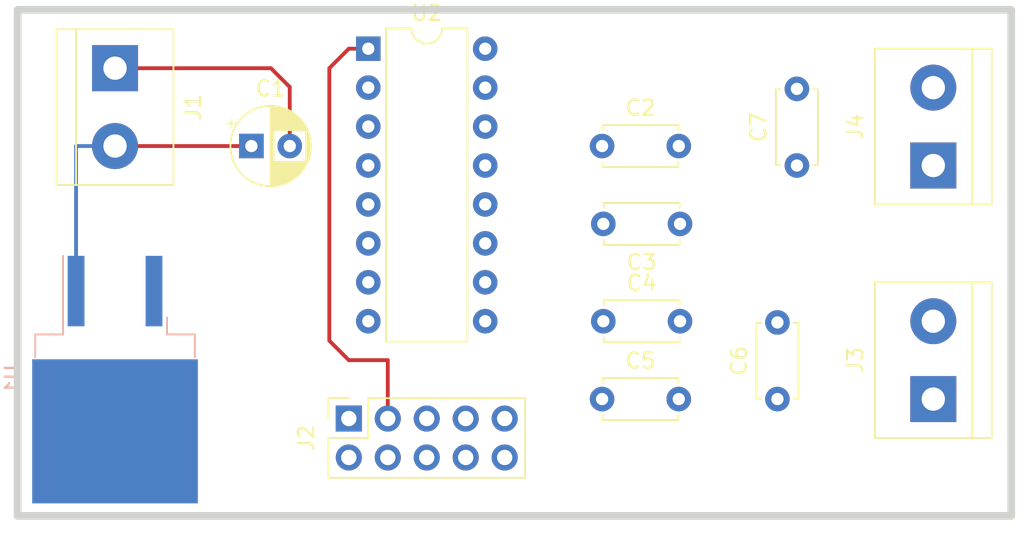
<source format=kicad_pcb>
(kicad_pcb (version 20171130) (host pcbnew "(5.0.1)-3")

  (general
    (thickness 1.6)
    (drawings 4)
    (tracks 12)
    (zones 0)
    (modules 13)
    (nets 17)
  )

  (page A4)
  (layers
    (0 F.Cu signal)
    (31 B.Cu signal)
    (32 B.Adhes user)
    (33 F.Adhes user)
    (34 B.Paste user)
    (35 F.Paste user)
    (36 B.SilkS user)
    (37 F.SilkS user)
    (38 B.Mask user)
    (39 F.Mask user)
    (40 Dwgs.User user)
    (41 Cmts.User user)
    (42 Eco1.User user)
    (43 Eco2.User user)
    (44 Edge.Cuts user)
    (45 Margin user)
    (46 B.CrtYd user)
    (47 F.CrtYd user)
    (48 B.Fab user)
    (49 F.Fab user)
  )

  (setup
    (last_trace_width 0.25)
    (trace_clearance 0.2)
    (zone_clearance 0.508)
    (zone_45_only no)
    (trace_min 0.2)
    (segment_width 0.2)
    (edge_width 0.2)
    (via_size 0.8)
    (via_drill 0.4)
    (via_min_size 0.4)
    (via_min_drill 0.3)
    (uvia_size 0.3)
    (uvia_drill 0.1)
    (uvias_allowed no)
    (uvia_min_size 0.2)
    (uvia_min_drill 0.1)
    (pcb_text_width 0.3)
    (pcb_text_size 1.5 1.5)
    (mod_edge_width 0.15)
    (mod_text_size 1 1)
    (mod_text_width 0.15)
    (pad_size 1.524 1.524)
    (pad_drill 0.762)
    (pad_to_mask_clearance 0.051)
    (solder_mask_min_width 0.25)
    (aux_axis_origin 0 0)
    (visible_elements 7FFFFFFF)
    (pcbplotparams
      (layerselection 0x010fc_ffffffff)
      (usegerberextensions false)
      (usegerberattributes false)
      (usegerberadvancedattributes false)
      (creategerberjobfile false)
      (excludeedgelayer true)
      (linewidth 0.100000)
      (plotframeref false)
      (viasonmask false)
      (mode 1)
      (useauxorigin false)
      (hpglpennumber 1)
      (hpglpenspeed 20)
      (hpglpendiameter 15.000000)
      (psnegative false)
      (psa4output false)
      (plotreference true)
      (plotvalue true)
      (plotinvisibletext false)
      (padsonsilk false)
      (subtractmaskfromsilk false)
      (outputformat 1)
      (mirror false)
      (drillshape 0)
      (scaleselection 1)
      (outputdirectory ""))
  )

  (net 0 "")
  (net 1 "Net-(C1-Pad1)")
  (net 2 GND)
  (net 3 OUT4)
  (net 4 OUT3)
  (net 5 OUT2)
  (net 6 OUT1)
  (net 7 +5V)
  (net 8 IN1)
  (net 9 PWM1)
  (net 10 PWM2)
  (net 11 "Net-(J2-Pad5)")
  (net 12 IN2)
  (net 13 IN3)
  (net 14 "Net-(J2-Pad9)")
  (net 15 IN4)
  (net 16 +12V)

  (net_class Default "Ceci est la Netclass par défaut."
    (clearance 0.2)
    (trace_width 0.25)
    (via_dia 0.8)
    (via_drill 0.4)
    (uvia_dia 0.3)
    (uvia_drill 0.1)
    (add_net +12V)
    (add_net +5V)
    (add_net GND)
    (add_net IN1)
    (add_net IN2)
    (add_net IN3)
    (add_net IN4)
    (add_net "Net-(C1-Pad1)")
    (add_net "Net-(J2-Pad5)")
    (add_net "Net-(J2-Pad9)")
    (add_net OUT1)
    (add_net OUT2)
    (add_net OUT3)
    (add_net OUT4)
    (add_net PWM1)
    (add_net PWM2)
  )

  (module Capacitor_THT:CP_Radial_D5.0mm_P2.50mm (layer F.Cu) (tedit 5AE50EF0) (tstamp 5BE2FC28)
    (at 151.13 95.25)
    (descr "CP, Radial series, Radial, pin pitch=2.50mm, , diameter=5mm, Electrolytic Capacitor")
    (tags "CP Radial series Radial pin pitch 2.50mm  diameter 5mm Electrolytic Capacitor")
    (path /5BC1EEFC)
    (fp_text reference C1 (at 1.25 -3.75) (layer F.SilkS)
      (effects (font (size 1 1) (thickness 0.15)))
    )
    (fp_text value 47uF (at 1.25 3.75) (layer F.Fab)
      (effects (font (size 1 1) (thickness 0.15)))
    )
    (fp_circle (center 1.25 0) (end 3.75 0) (layer F.Fab) (width 0.1))
    (fp_circle (center 1.25 0) (end 3.87 0) (layer F.SilkS) (width 0.12))
    (fp_circle (center 1.25 0) (end 4 0) (layer F.CrtYd) (width 0.05))
    (fp_line (start -0.883605 -1.0875) (end -0.383605 -1.0875) (layer F.Fab) (width 0.1))
    (fp_line (start -0.633605 -1.3375) (end -0.633605 -0.8375) (layer F.Fab) (width 0.1))
    (fp_line (start 1.25 -2.58) (end 1.25 2.58) (layer F.SilkS) (width 0.12))
    (fp_line (start 1.29 -2.58) (end 1.29 2.58) (layer F.SilkS) (width 0.12))
    (fp_line (start 1.33 -2.579) (end 1.33 2.579) (layer F.SilkS) (width 0.12))
    (fp_line (start 1.37 -2.578) (end 1.37 2.578) (layer F.SilkS) (width 0.12))
    (fp_line (start 1.41 -2.576) (end 1.41 2.576) (layer F.SilkS) (width 0.12))
    (fp_line (start 1.45 -2.573) (end 1.45 2.573) (layer F.SilkS) (width 0.12))
    (fp_line (start 1.49 -2.569) (end 1.49 -1.04) (layer F.SilkS) (width 0.12))
    (fp_line (start 1.49 1.04) (end 1.49 2.569) (layer F.SilkS) (width 0.12))
    (fp_line (start 1.53 -2.565) (end 1.53 -1.04) (layer F.SilkS) (width 0.12))
    (fp_line (start 1.53 1.04) (end 1.53 2.565) (layer F.SilkS) (width 0.12))
    (fp_line (start 1.57 -2.561) (end 1.57 -1.04) (layer F.SilkS) (width 0.12))
    (fp_line (start 1.57 1.04) (end 1.57 2.561) (layer F.SilkS) (width 0.12))
    (fp_line (start 1.61 -2.556) (end 1.61 -1.04) (layer F.SilkS) (width 0.12))
    (fp_line (start 1.61 1.04) (end 1.61 2.556) (layer F.SilkS) (width 0.12))
    (fp_line (start 1.65 -2.55) (end 1.65 -1.04) (layer F.SilkS) (width 0.12))
    (fp_line (start 1.65 1.04) (end 1.65 2.55) (layer F.SilkS) (width 0.12))
    (fp_line (start 1.69 -2.543) (end 1.69 -1.04) (layer F.SilkS) (width 0.12))
    (fp_line (start 1.69 1.04) (end 1.69 2.543) (layer F.SilkS) (width 0.12))
    (fp_line (start 1.73 -2.536) (end 1.73 -1.04) (layer F.SilkS) (width 0.12))
    (fp_line (start 1.73 1.04) (end 1.73 2.536) (layer F.SilkS) (width 0.12))
    (fp_line (start 1.77 -2.528) (end 1.77 -1.04) (layer F.SilkS) (width 0.12))
    (fp_line (start 1.77 1.04) (end 1.77 2.528) (layer F.SilkS) (width 0.12))
    (fp_line (start 1.81 -2.52) (end 1.81 -1.04) (layer F.SilkS) (width 0.12))
    (fp_line (start 1.81 1.04) (end 1.81 2.52) (layer F.SilkS) (width 0.12))
    (fp_line (start 1.85 -2.511) (end 1.85 -1.04) (layer F.SilkS) (width 0.12))
    (fp_line (start 1.85 1.04) (end 1.85 2.511) (layer F.SilkS) (width 0.12))
    (fp_line (start 1.89 -2.501) (end 1.89 -1.04) (layer F.SilkS) (width 0.12))
    (fp_line (start 1.89 1.04) (end 1.89 2.501) (layer F.SilkS) (width 0.12))
    (fp_line (start 1.93 -2.491) (end 1.93 -1.04) (layer F.SilkS) (width 0.12))
    (fp_line (start 1.93 1.04) (end 1.93 2.491) (layer F.SilkS) (width 0.12))
    (fp_line (start 1.971 -2.48) (end 1.971 -1.04) (layer F.SilkS) (width 0.12))
    (fp_line (start 1.971 1.04) (end 1.971 2.48) (layer F.SilkS) (width 0.12))
    (fp_line (start 2.011 -2.468) (end 2.011 -1.04) (layer F.SilkS) (width 0.12))
    (fp_line (start 2.011 1.04) (end 2.011 2.468) (layer F.SilkS) (width 0.12))
    (fp_line (start 2.051 -2.455) (end 2.051 -1.04) (layer F.SilkS) (width 0.12))
    (fp_line (start 2.051 1.04) (end 2.051 2.455) (layer F.SilkS) (width 0.12))
    (fp_line (start 2.091 -2.442) (end 2.091 -1.04) (layer F.SilkS) (width 0.12))
    (fp_line (start 2.091 1.04) (end 2.091 2.442) (layer F.SilkS) (width 0.12))
    (fp_line (start 2.131 -2.428) (end 2.131 -1.04) (layer F.SilkS) (width 0.12))
    (fp_line (start 2.131 1.04) (end 2.131 2.428) (layer F.SilkS) (width 0.12))
    (fp_line (start 2.171 -2.414) (end 2.171 -1.04) (layer F.SilkS) (width 0.12))
    (fp_line (start 2.171 1.04) (end 2.171 2.414) (layer F.SilkS) (width 0.12))
    (fp_line (start 2.211 -2.398) (end 2.211 -1.04) (layer F.SilkS) (width 0.12))
    (fp_line (start 2.211 1.04) (end 2.211 2.398) (layer F.SilkS) (width 0.12))
    (fp_line (start 2.251 -2.382) (end 2.251 -1.04) (layer F.SilkS) (width 0.12))
    (fp_line (start 2.251 1.04) (end 2.251 2.382) (layer F.SilkS) (width 0.12))
    (fp_line (start 2.291 -2.365) (end 2.291 -1.04) (layer F.SilkS) (width 0.12))
    (fp_line (start 2.291 1.04) (end 2.291 2.365) (layer F.SilkS) (width 0.12))
    (fp_line (start 2.331 -2.348) (end 2.331 -1.04) (layer F.SilkS) (width 0.12))
    (fp_line (start 2.331 1.04) (end 2.331 2.348) (layer F.SilkS) (width 0.12))
    (fp_line (start 2.371 -2.329) (end 2.371 -1.04) (layer F.SilkS) (width 0.12))
    (fp_line (start 2.371 1.04) (end 2.371 2.329) (layer F.SilkS) (width 0.12))
    (fp_line (start 2.411 -2.31) (end 2.411 -1.04) (layer F.SilkS) (width 0.12))
    (fp_line (start 2.411 1.04) (end 2.411 2.31) (layer F.SilkS) (width 0.12))
    (fp_line (start 2.451 -2.29) (end 2.451 -1.04) (layer F.SilkS) (width 0.12))
    (fp_line (start 2.451 1.04) (end 2.451 2.29) (layer F.SilkS) (width 0.12))
    (fp_line (start 2.491 -2.268) (end 2.491 -1.04) (layer F.SilkS) (width 0.12))
    (fp_line (start 2.491 1.04) (end 2.491 2.268) (layer F.SilkS) (width 0.12))
    (fp_line (start 2.531 -2.247) (end 2.531 -1.04) (layer F.SilkS) (width 0.12))
    (fp_line (start 2.531 1.04) (end 2.531 2.247) (layer F.SilkS) (width 0.12))
    (fp_line (start 2.571 -2.224) (end 2.571 -1.04) (layer F.SilkS) (width 0.12))
    (fp_line (start 2.571 1.04) (end 2.571 2.224) (layer F.SilkS) (width 0.12))
    (fp_line (start 2.611 -2.2) (end 2.611 -1.04) (layer F.SilkS) (width 0.12))
    (fp_line (start 2.611 1.04) (end 2.611 2.2) (layer F.SilkS) (width 0.12))
    (fp_line (start 2.651 -2.175) (end 2.651 -1.04) (layer F.SilkS) (width 0.12))
    (fp_line (start 2.651 1.04) (end 2.651 2.175) (layer F.SilkS) (width 0.12))
    (fp_line (start 2.691 -2.149) (end 2.691 -1.04) (layer F.SilkS) (width 0.12))
    (fp_line (start 2.691 1.04) (end 2.691 2.149) (layer F.SilkS) (width 0.12))
    (fp_line (start 2.731 -2.122) (end 2.731 -1.04) (layer F.SilkS) (width 0.12))
    (fp_line (start 2.731 1.04) (end 2.731 2.122) (layer F.SilkS) (width 0.12))
    (fp_line (start 2.771 -2.095) (end 2.771 -1.04) (layer F.SilkS) (width 0.12))
    (fp_line (start 2.771 1.04) (end 2.771 2.095) (layer F.SilkS) (width 0.12))
    (fp_line (start 2.811 -2.065) (end 2.811 -1.04) (layer F.SilkS) (width 0.12))
    (fp_line (start 2.811 1.04) (end 2.811 2.065) (layer F.SilkS) (width 0.12))
    (fp_line (start 2.851 -2.035) (end 2.851 -1.04) (layer F.SilkS) (width 0.12))
    (fp_line (start 2.851 1.04) (end 2.851 2.035) (layer F.SilkS) (width 0.12))
    (fp_line (start 2.891 -2.004) (end 2.891 -1.04) (layer F.SilkS) (width 0.12))
    (fp_line (start 2.891 1.04) (end 2.891 2.004) (layer F.SilkS) (width 0.12))
    (fp_line (start 2.931 -1.971) (end 2.931 -1.04) (layer F.SilkS) (width 0.12))
    (fp_line (start 2.931 1.04) (end 2.931 1.971) (layer F.SilkS) (width 0.12))
    (fp_line (start 2.971 -1.937) (end 2.971 -1.04) (layer F.SilkS) (width 0.12))
    (fp_line (start 2.971 1.04) (end 2.971 1.937) (layer F.SilkS) (width 0.12))
    (fp_line (start 3.011 -1.901) (end 3.011 -1.04) (layer F.SilkS) (width 0.12))
    (fp_line (start 3.011 1.04) (end 3.011 1.901) (layer F.SilkS) (width 0.12))
    (fp_line (start 3.051 -1.864) (end 3.051 -1.04) (layer F.SilkS) (width 0.12))
    (fp_line (start 3.051 1.04) (end 3.051 1.864) (layer F.SilkS) (width 0.12))
    (fp_line (start 3.091 -1.826) (end 3.091 -1.04) (layer F.SilkS) (width 0.12))
    (fp_line (start 3.091 1.04) (end 3.091 1.826) (layer F.SilkS) (width 0.12))
    (fp_line (start 3.131 -1.785) (end 3.131 -1.04) (layer F.SilkS) (width 0.12))
    (fp_line (start 3.131 1.04) (end 3.131 1.785) (layer F.SilkS) (width 0.12))
    (fp_line (start 3.171 -1.743) (end 3.171 -1.04) (layer F.SilkS) (width 0.12))
    (fp_line (start 3.171 1.04) (end 3.171 1.743) (layer F.SilkS) (width 0.12))
    (fp_line (start 3.211 -1.699) (end 3.211 -1.04) (layer F.SilkS) (width 0.12))
    (fp_line (start 3.211 1.04) (end 3.211 1.699) (layer F.SilkS) (width 0.12))
    (fp_line (start 3.251 -1.653) (end 3.251 -1.04) (layer F.SilkS) (width 0.12))
    (fp_line (start 3.251 1.04) (end 3.251 1.653) (layer F.SilkS) (width 0.12))
    (fp_line (start 3.291 -1.605) (end 3.291 -1.04) (layer F.SilkS) (width 0.12))
    (fp_line (start 3.291 1.04) (end 3.291 1.605) (layer F.SilkS) (width 0.12))
    (fp_line (start 3.331 -1.554) (end 3.331 -1.04) (layer F.SilkS) (width 0.12))
    (fp_line (start 3.331 1.04) (end 3.331 1.554) (layer F.SilkS) (width 0.12))
    (fp_line (start 3.371 -1.5) (end 3.371 -1.04) (layer F.SilkS) (width 0.12))
    (fp_line (start 3.371 1.04) (end 3.371 1.5) (layer F.SilkS) (width 0.12))
    (fp_line (start 3.411 -1.443) (end 3.411 -1.04) (layer F.SilkS) (width 0.12))
    (fp_line (start 3.411 1.04) (end 3.411 1.443) (layer F.SilkS) (width 0.12))
    (fp_line (start 3.451 -1.383) (end 3.451 -1.04) (layer F.SilkS) (width 0.12))
    (fp_line (start 3.451 1.04) (end 3.451 1.383) (layer F.SilkS) (width 0.12))
    (fp_line (start 3.491 -1.319) (end 3.491 -1.04) (layer F.SilkS) (width 0.12))
    (fp_line (start 3.491 1.04) (end 3.491 1.319) (layer F.SilkS) (width 0.12))
    (fp_line (start 3.531 -1.251) (end 3.531 -1.04) (layer F.SilkS) (width 0.12))
    (fp_line (start 3.531 1.04) (end 3.531 1.251) (layer F.SilkS) (width 0.12))
    (fp_line (start 3.571 -1.178) (end 3.571 1.178) (layer F.SilkS) (width 0.12))
    (fp_line (start 3.611 -1.098) (end 3.611 1.098) (layer F.SilkS) (width 0.12))
    (fp_line (start 3.651 -1.011) (end 3.651 1.011) (layer F.SilkS) (width 0.12))
    (fp_line (start 3.691 -0.915) (end 3.691 0.915) (layer F.SilkS) (width 0.12))
    (fp_line (start 3.731 -0.805) (end 3.731 0.805) (layer F.SilkS) (width 0.12))
    (fp_line (start 3.771 -0.677) (end 3.771 0.677) (layer F.SilkS) (width 0.12))
    (fp_line (start 3.811 -0.518) (end 3.811 0.518) (layer F.SilkS) (width 0.12))
    (fp_line (start 3.851 -0.284) (end 3.851 0.284) (layer F.SilkS) (width 0.12))
    (fp_line (start -1.554775 -1.475) (end -1.054775 -1.475) (layer F.SilkS) (width 0.12))
    (fp_line (start -1.304775 -1.725) (end -1.304775 -1.225) (layer F.SilkS) (width 0.12))
    (fp_text user %R (at 1.25 0) (layer F.Fab)
      (effects (font (size 1 1) (thickness 0.15)))
    )
    (pad 1 thru_hole rect (at 0 0) (size 1.6 1.6) (drill 0.8) (layers *.Cu *.Mask)
      (net 1 "Net-(C1-Pad1)"))
    (pad 2 thru_hole circle (at 2.5 0) (size 1.6 1.6) (drill 0.8) (layers *.Cu *.Mask)
      (net 2 GND))
    (model ${KISYS3DMOD}/Capacitor_THT.3dshapes/CP_Radial_D5.0mm_P2.50mm.wrl
      (at (xyz 0 0 0))
      (scale (xyz 1 1 1))
      (rotate (xyz 0 0 0))
    )
  )

  (module TerminalBlock:TerminalBlock_bornier-2_P5.08mm (layer F.Cu) (tedit 59FF03AB) (tstamp 5BE2FCBB)
    (at 142.24 90.17 270)
    (descr "simple 2-pin terminal block, pitch 5.08mm, revamped version of bornier2")
    (tags "terminal block bornier2")
    (path /5BC1B720)
    (fp_text reference J1 (at 2.54 -5.08 270) (layer F.SilkS)
      (effects (font (size 1 1) (thickness 0.15)))
    )
    (fp_text value POWER_12V (at 2.54 5.08 270) (layer F.Fab)
      (effects (font (size 1 1) (thickness 0.15)))
    )
    (fp_text user %R (at 2.54 0 270) (layer F.Fab)
      (effects (font (size 1 1) (thickness 0.15)))
    )
    (fp_line (start -2.41 2.55) (end 7.49 2.55) (layer F.Fab) (width 0.1))
    (fp_line (start -2.46 -3.75) (end -2.46 3.75) (layer F.Fab) (width 0.1))
    (fp_line (start -2.46 3.75) (end 7.54 3.75) (layer F.Fab) (width 0.1))
    (fp_line (start 7.54 3.75) (end 7.54 -3.75) (layer F.Fab) (width 0.1))
    (fp_line (start 7.54 -3.75) (end -2.46 -3.75) (layer F.Fab) (width 0.1))
    (fp_line (start 7.62 2.54) (end -2.54 2.54) (layer F.SilkS) (width 0.12))
    (fp_line (start 7.62 3.81) (end 7.62 -3.81) (layer F.SilkS) (width 0.12))
    (fp_line (start 7.62 -3.81) (end -2.54 -3.81) (layer F.SilkS) (width 0.12))
    (fp_line (start -2.54 -3.81) (end -2.54 3.81) (layer F.SilkS) (width 0.12))
    (fp_line (start -2.54 3.81) (end 7.62 3.81) (layer F.SilkS) (width 0.12))
    (fp_line (start -2.71 -4) (end 7.79 -4) (layer F.CrtYd) (width 0.05))
    (fp_line (start -2.71 -4) (end -2.71 4) (layer F.CrtYd) (width 0.05))
    (fp_line (start 7.79 4) (end 7.79 -4) (layer F.CrtYd) (width 0.05))
    (fp_line (start 7.79 4) (end -2.71 4) (layer F.CrtYd) (width 0.05))
    (pad 1 thru_hole rect (at 0 0 270) (size 3 3) (drill 1.52) (layers *.Cu *.Mask)
      (net 2 GND))
    (pad 2 thru_hole circle (at 5.08 0 270) (size 3 3) (drill 1.52) (layers *.Cu *.Mask)
      (net 1 "Net-(C1-Pad1)"))
    (model ${KISYS3DMOD}/TerminalBlock.3dshapes/TerminalBlock_bornier-2_P5.08mm.wrl
      (offset (xyz 2.539999961853027 0 0))
      (scale (xyz 1 1 1))
      (rotate (xyz 0 0 0))
    )
  )

  (module Capacitor_THT:C_Disc_D4.7mm_W2.5mm_P5.00mm (layer F.Cu) (tedit 5AE50EF0) (tstamp 5BE2FC3D)
    (at 173.99 95.25)
    (descr "C, Disc series, Radial, pin pitch=5.00mm, , diameter*width=4.7*2.5mm^2, Capacitor, http://www.vishay.com/docs/45233/krseries.pdf")
    (tags "C Disc series Radial pin pitch 5.00mm  diameter 4.7mm width 2.5mm Capacitor")
    (path /5BC3060C)
    (fp_text reference C2 (at 2.5 -2.5) (layer F.SilkS)
      (effects (font (size 1 1) (thickness 0.15)))
    )
    (fp_text value 220nF (at 2.5 2.5) (layer F.Fab)
      (effects (font (size 1 1) (thickness 0.15)))
    )
    (fp_text user %R (at 2.5 0) (layer F.Fab)
      (effects (font (size 0.94 0.94) (thickness 0.141)))
    )
    (fp_line (start 6.05 -1.5) (end -1.05 -1.5) (layer F.CrtYd) (width 0.05))
    (fp_line (start 6.05 1.5) (end 6.05 -1.5) (layer F.CrtYd) (width 0.05))
    (fp_line (start -1.05 1.5) (end 6.05 1.5) (layer F.CrtYd) (width 0.05))
    (fp_line (start -1.05 -1.5) (end -1.05 1.5) (layer F.CrtYd) (width 0.05))
    (fp_line (start 4.97 1.055) (end 4.97 1.37) (layer F.SilkS) (width 0.12))
    (fp_line (start 4.97 -1.37) (end 4.97 -1.055) (layer F.SilkS) (width 0.12))
    (fp_line (start 0.03 1.055) (end 0.03 1.37) (layer F.SilkS) (width 0.12))
    (fp_line (start 0.03 -1.37) (end 0.03 -1.055) (layer F.SilkS) (width 0.12))
    (fp_line (start 0.03 1.37) (end 4.97 1.37) (layer F.SilkS) (width 0.12))
    (fp_line (start 0.03 -1.37) (end 4.97 -1.37) (layer F.SilkS) (width 0.12))
    (fp_line (start 4.85 -1.25) (end 0.15 -1.25) (layer F.Fab) (width 0.1))
    (fp_line (start 4.85 1.25) (end 4.85 -1.25) (layer F.Fab) (width 0.1))
    (fp_line (start 0.15 1.25) (end 4.85 1.25) (layer F.Fab) (width 0.1))
    (fp_line (start 0.15 -1.25) (end 0.15 1.25) (layer F.Fab) (width 0.1))
    (pad 2 thru_hole circle (at 5 0) (size 1.6 1.6) (drill 0.8) (layers *.Cu *.Mask)
      (net 2 GND))
    (pad 1 thru_hole circle (at 0 0) (size 1.6 1.6) (drill 0.8) (layers *.Cu *.Mask)
      (net 3 OUT4))
    (model ${KISYS3DMOD}/Capacitor_THT.3dshapes/C_Disc_D4.7mm_W2.5mm_P5.00mm.wrl
      (at (xyz 0 0 0))
      (scale (xyz 1 1 1))
      (rotate (xyz 0 0 0))
    )
  )

  (module Capacitor_THT:C_Disc_D4.7mm_W2.5mm_P5.00mm (layer F.Cu) (tedit 5AE50EF0) (tstamp 5BE2FC52)
    (at 179.07 100.33 180)
    (descr "C, Disc series, Radial, pin pitch=5.00mm, , diameter*width=4.7*2.5mm^2, Capacitor, http://www.vishay.com/docs/45233/krseries.pdf")
    (tags "C Disc series Radial pin pitch 5.00mm  diameter 4.7mm width 2.5mm Capacitor")
    (path /5BC305CC)
    (fp_text reference C3 (at 2.5 -2.5 180) (layer F.SilkS)
      (effects (font (size 1 1) (thickness 0.15)))
    )
    (fp_text value 220nF (at 2.5 2.5 180) (layer F.Fab)
      (effects (font (size 1 1) (thickness 0.15)))
    )
    (fp_line (start 0.15 -1.25) (end 0.15 1.25) (layer F.Fab) (width 0.1))
    (fp_line (start 0.15 1.25) (end 4.85 1.25) (layer F.Fab) (width 0.1))
    (fp_line (start 4.85 1.25) (end 4.85 -1.25) (layer F.Fab) (width 0.1))
    (fp_line (start 4.85 -1.25) (end 0.15 -1.25) (layer F.Fab) (width 0.1))
    (fp_line (start 0.03 -1.37) (end 4.97 -1.37) (layer F.SilkS) (width 0.12))
    (fp_line (start 0.03 1.37) (end 4.97 1.37) (layer F.SilkS) (width 0.12))
    (fp_line (start 0.03 -1.37) (end 0.03 -1.055) (layer F.SilkS) (width 0.12))
    (fp_line (start 0.03 1.055) (end 0.03 1.37) (layer F.SilkS) (width 0.12))
    (fp_line (start 4.97 -1.37) (end 4.97 -1.055) (layer F.SilkS) (width 0.12))
    (fp_line (start 4.97 1.055) (end 4.97 1.37) (layer F.SilkS) (width 0.12))
    (fp_line (start -1.05 -1.5) (end -1.05 1.5) (layer F.CrtYd) (width 0.05))
    (fp_line (start -1.05 1.5) (end 6.05 1.5) (layer F.CrtYd) (width 0.05))
    (fp_line (start 6.05 1.5) (end 6.05 -1.5) (layer F.CrtYd) (width 0.05))
    (fp_line (start 6.05 -1.5) (end -1.05 -1.5) (layer F.CrtYd) (width 0.05))
    (fp_text user %R (at 2.5 0 180) (layer F.Fab)
      (effects (font (size 0.94 0.94) (thickness 0.141)))
    )
    (pad 1 thru_hole circle (at 0 0 180) (size 1.6 1.6) (drill 0.8) (layers *.Cu *.Mask)
      (net 4 OUT3))
    (pad 2 thru_hole circle (at 5 0 180) (size 1.6 1.6) (drill 0.8) (layers *.Cu *.Mask)
      (net 2 GND))
    (model ${KISYS3DMOD}/Capacitor_THT.3dshapes/C_Disc_D4.7mm_W2.5mm_P5.00mm.wrl
      (at (xyz 0 0 0))
      (scale (xyz 1 1 1))
      (rotate (xyz 0 0 0))
    )
  )

  (module Capacitor_THT:C_Disc_D4.7mm_W2.5mm_P5.00mm (layer F.Cu) (tedit 5AE50EF0) (tstamp 5BE2FC67)
    (at 174.07 106.68)
    (descr "C, Disc series, Radial, pin pitch=5.00mm, , diameter*width=4.7*2.5mm^2, Capacitor, http://www.vishay.com/docs/45233/krseries.pdf")
    (tags "C Disc series Radial pin pitch 5.00mm  diameter 4.7mm width 2.5mm Capacitor")
    (path /5BC305A0)
    (fp_text reference C4 (at 2.5 -2.5) (layer F.SilkS)
      (effects (font (size 1 1) (thickness 0.15)))
    )
    (fp_text value 220nF (at 2.5 2.5) (layer F.Fab)
      (effects (font (size 1 1) (thickness 0.15)))
    )
    (fp_text user %R (at 2.5 0) (layer F.Fab)
      (effects (font (size 0.94 0.94) (thickness 0.141)))
    )
    (fp_line (start 6.05 -1.5) (end -1.05 -1.5) (layer F.CrtYd) (width 0.05))
    (fp_line (start 6.05 1.5) (end 6.05 -1.5) (layer F.CrtYd) (width 0.05))
    (fp_line (start -1.05 1.5) (end 6.05 1.5) (layer F.CrtYd) (width 0.05))
    (fp_line (start -1.05 -1.5) (end -1.05 1.5) (layer F.CrtYd) (width 0.05))
    (fp_line (start 4.97 1.055) (end 4.97 1.37) (layer F.SilkS) (width 0.12))
    (fp_line (start 4.97 -1.37) (end 4.97 -1.055) (layer F.SilkS) (width 0.12))
    (fp_line (start 0.03 1.055) (end 0.03 1.37) (layer F.SilkS) (width 0.12))
    (fp_line (start 0.03 -1.37) (end 0.03 -1.055) (layer F.SilkS) (width 0.12))
    (fp_line (start 0.03 1.37) (end 4.97 1.37) (layer F.SilkS) (width 0.12))
    (fp_line (start 0.03 -1.37) (end 4.97 -1.37) (layer F.SilkS) (width 0.12))
    (fp_line (start 4.85 -1.25) (end 0.15 -1.25) (layer F.Fab) (width 0.1))
    (fp_line (start 4.85 1.25) (end 4.85 -1.25) (layer F.Fab) (width 0.1))
    (fp_line (start 0.15 1.25) (end 4.85 1.25) (layer F.Fab) (width 0.1))
    (fp_line (start 0.15 -1.25) (end 0.15 1.25) (layer F.Fab) (width 0.1))
    (pad 2 thru_hole circle (at 5 0) (size 1.6 1.6) (drill 0.8) (layers *.Cu *.Mask)
      (net 2 GND))
    (pad 1 thru_hole circle (at 0 0) (size 1.6 1.6) (drill 0.8) (layers *.Cu *.Mask)
      (net 5 OUT2))
    (model ${KISYS3DMOD}/Capacitor_THT.3dshapes/C_Disc_D4.7mm_W2.5mm_P5.00mm.wrl
      (at (xyz 0 0 0))
      (scale (xyz 1 1 1))
      (rotate (xyz 0 0 0))
    )
  )

  (module Capacitor_THT:C_Disc_D4.7mm_W2.5mm_P5.00mm (layer F.Cu) (tedit 5AE50EF0) (tstamp 5BE2FC7C)
    (at 173.99 111.76)
    (descr "C, Disc series, Radial, pin pitch=5.00mm, , diameter*width=4.7*2.5mm^2, Capacitor, http://www.vishay.com/docs/45233/krseries.pdf")
    (tags "C Disc series Radial pin pitch 5.00mm  diameter 4.7mm width 2.5mm Capacitor")
    (path /5BC3055C)
    (fp_text reference C5 (at 2.5 -2.5) (layer F.SilkS)
      (effects (font (size 1 1) (thickness 0.15)))
    )
    (fp_text value 220nF (at 2.5 2.5) (layer F.Fab)
      (effects (font (size 1 1) (thickness 0.15)))
    )
    (fp_line (start 0.15 -1.25) (end 0.15 1.25) (layer F.Fab) (width 0.1))
    (fp_line (start 0.15 1.25) (end 4.85 1.25) (layer F.Fab) (width 0.1))
    (fp_line (start 4.85 1.25) (end 4.85 -1.25) (layer F.Fab) (width 0.1))
    (fp_line (start 4.85 -1.25) (end 0.15 -1.25) (layer F.Fab) (width 0.1))
    (fp_line (start 0.03 -1.37) (end 4.97 -1.37) (layer F.SilkS) (width 0.12))
    (fp_line (start 0.03 1.37) (end 4.97 1.37) (layer F.SilkS) (width 0.12))
    (fp_line (start 0.03 -1.37) (end 0.03 -1.055) (layer F.SilkS) (width 0.12))
    (fp_line (start 0.03 1.055) (end 0.03 1.37) (layer F.SilkS) (width 0.12))
    (fp_line (start 4.97 -1.37) (end 4.97 -1.055) (layer F.SilkS) (width 0.12))
    (fp_line (start 4.97 1.055) (end 4.97 1.37) (layer F.SilkS) (width 0.12))
    (fp_line (start -1.05 -1.5) (end -1.05 1.5) (layer F.CrtYd) (width 0.05))
    (fp_line (start -1.05 1.5) (end 6.05 1.5) (layer F.CrtYd) (width 0.05))
    (fp_line (start 6.05 1.5) (end 6.05 -1.5) (layer F.CrtYd) (width 0.05))
    (fp_line (start 6.05 -1.5) (end -1.05 -1.5) (layer F.CrtYd) (width 0.05))
    (fp_text user %R (at 2.5 0) (layer F.Fab)
      (effects (font (size 0.94 0.94) (thickness 0.141)))
    )
    (pad 1 thru_hole circle (at 0 0) (size 1.6 1.6) (drill 0.8) (layers *.Cu *.Mask)
      (net 6 OUT1))
    (pad 2 thru_hole circle (at 5 0) (size 1.6 1.6) (drill 0.8) (layers *.Cu *.Mask)
      (net 2 GND))
    (model ${KISYS3DMOD}/Capacitor_THT.3dshapes/C_Disc_D4.7mm_W2.5mm_P5.00mm.wrl
      (at (xyz 0 0 0))
      (scale (xyz 1 1 1))
      (rotate (xyz 0 0 0))
    )
  )

  (module Capacitor_THT:C_Disc_D4.7mm_W2.5mm_P5.00mm (layer F.Cu) (tedit 5AE50EF0) (tstamp 5BE2FC91)
    (at 185.42 111.76 90)
    (descr "C, Disc series, Radial, pin pitch=5.00mm, , diameter*width=4.7*2.5mm^2, Capacitor, http://www.vishay.com/docs/45233/krseries.pdf")
    (tags "C Disc series Radial pin pitch 5.00mm  diameter 4.7mm width 2.5mm Capacitor")
    (path /5BC0C857)
    (fp_text reference C6 (at 2.5 -2.5 90) (layer F.SilkS)
      (effects (font (size 1 1) (thickness 0.15)))
    )
    (fp_text value 220nF (at 2.5 2.5 90) (layer F.Fab)
      (effects (font (size 1 1) (thickness 0.15)))
    )
    (fp_line (start 0.15 -1.25) (end 0.15 1.25) (layer F.Fab) (width 0.1))
    (fp_line (start 0.15 1.25) (end 4.85 1.25) (layer F.Fab) (width 0.1))
    (fp_line (start 4.85 1.25) (end 4.85 -1.25) (layer F.Fab) (width 0.1))
    (fp_line (start 4.85 -1.25) (end 0.15 -1.25) (layer F.Fab) (width 0.1))
    (fp_line (start 0.03 -1.37) (end 4.97 -1.37) (layer F.SilkS) (width 0.12))
    (fp_line (start 0.03 1.37) (end 4.97 1.37) (layer F.SilkS) (width 0.12))
    (fp_line (start 0.03 -1.37) (end 0.03 -1.055) (layer F.SilkS) (width 0.12))
    (fp_line (start 0.03 1.055) (end 0.03 1.37) (layer F.SilkS) (width 0.12))
    (fp_line (start 4.97 -1.37) (end 4.97 -1.055) (layer F.SilkS) (width 0.12))
    (fp_line (start 4.97 1.055) (end 4.97 1.37) (layer F.SilkS) (width 0.12))
    (fp_line (start -1.05 -1.5) (end -1.05 1.5) (layer F.CrtYd) (width 0.05))
    (fp_line (start -1.05 1.5) (end 6.05 1.5) (layer F.CrtYd) (width 0.05))
    (fp_line (start 6.05 1.5) (end 6.05 -1.5) (layer F.CrtYd) (width 0.05))
    (fp_line (start 6.05 -1.5) (end -1.05 -1.5) (layer F.CrtYd) (width 0.05))
    (fp_text user %R (at 2.5 0 90) (layer F.Fab)
      (effects (font (size 0.94 0.94) (thickness 0.141)))
    )
    (pad 1 thru_hole circle (at 0 0 90) (size 1.6 1.6) (drill 0.8) (layers *.Cu *.Mask)
      (net 6 OUT1))
    (pad 2 thru_hole circle (at 5 0 90) (size 1.6 1.6) (drill 0.8) (layers *.Cu *.Mask)
      (net 5 OUT2))
    (model ${KISYS3DMOD}/Capacitor_THT.3dshapes/C_Disc_D4.7mm_W2.5mm_P5.00mm.wrl
      (at (xyz 0 0 0))
      (scale (xyz 1 1 1))
      (rotate (xyz 0 0 0))
    )
  )

  (module Capacitor_THT:C_Disc_D4.7mm_W2.5mm_P5.00mm (layer F.Cu) (tedit 5AE50EF0) (tstamp 5BE2FCA6)
    (at 186.69 96.52 90)
    (descr "C, Disc series, Radial, pin pitch=5.00mm, , diameter*width=4.7*2.5mm^2, Capacitor, http://www.vishay.com/docs/45233/krseries.pdf")
    (tags "C Disc series Radial pin pitch 5.00mm  diameter 4.7mm width 2.5mm Capacitor")
    (path /5BC0CC72)
    (fp_text reference C7 (at 2.5 -2.5 90) (layer F.SilkS)
      (effects (font (size 1 1) (thickness 0.15)))
    )
    (fp_text value 220nF (at 2.5 2.5 90) (layer F.Fab)
      (effects (font (size 1 1) (thickness 0.15)))
    )
    (fp_text user %R (at 2.5 0 90) (layer F.Fab)
      (effects (font (size 0.94 0.94) (thickness 0.141)))
    )
    (fp_line (start 6.05 -1.5) (end -1.05 -1.5) (layer F.CrtYd) (width 0.05))
    (fp_line (start 6.05 1.5) (end 6.05 -1.5) (layer F.CrtYd) (width 0.05))
    (fp_line (start -1.05 1.5) (end 6.05 1.5) (layer F.CrtYd) (width 0.05))
    (fp_line (start -1.05 -1.5) (end -1.05 1.5) (layer F.CrtYd) (width 0.05))
    (fp_line (start 4.97 1.055) (end 4.97 1.37) (layer F.SilkS) (width 0.12))
    (fp_line (start 4.97 -1.37) (end 4.97 -1.055) (layer F.SilkS) (width 0.12))
    (fp_line (start 0.03 1.055) (end 0.03 1.37) (layer F.SilkS) (width 0.12))
    (fp_line (start 0.03 -1.37) (end 0.03 -1.055) (layer F.SilkS) (width 0.12))
    (fp_line (start 0.03 1.37) (end 4.97 1.37) (layer F.SilkS) (width 0.12))
    (fp_line (start 0.03 -1.37) (end 4.97 -1.37) (layer F.SilkS) (width 0.12))
    (fp_line (start 4.85 -1.25) (end 0.15 -1.25) (layer F.Fab) (width 0.1))
    (fp_line (start 4.85 1.25) (end 4.85 -1.25) (layer F.Fab) (width 0.1))
    (fp_line (start 0.15 1.25) (end 4.85 1.25) (layer F.Fab) (width 0.1))
    (fp_line (start 0.15 -1.25) (end 0.15 1.25) (layer F.Fab) (width 0.1))
    (pad 2 thru_hole circle (at 5 0 90) (size 1.6 1.6) (drill 0.8) (layers *.Cu *.Mask)
      (net 3 OUT4))
    (pad 1 thru_hole circle (at 0 0 90) (size 1.6 1.6) (drill 0.8) (layers *.Cu *.Mask)
      (net 4 OUT3))
    (model ${KISYS3DMOD}/Capacitor_THT.3dshapes/C_Disc_D4.7mm_W2.5mm_P5.00mm.wrl
      (at (xyz 0 0 0))
      (scale (xyz 1 1 1))
      (rotate (xyz 0 0 0))
    )
  )

  (module Connector_PinSocket_2.54mm:PinSocket_2x05_P2.54mm_Vertical (layer F.Cu) (tedit 5A19A42B) (tstamp 5BE2FCDB)
    (at 157.48 113.03 90)
    (descr "Through hole straight socket strip, 2x05, 2.54mm pitch, double cols (from Kicad 4.0.7), script generated")
    (tags "Through hole socket strip THT 2x05 2.54mm double row")
    (path /5BC0994A)
    (fp_text reference J2 (at -1.27 -2.77 90) (layer F.SilkS)
      (effects (font (size 1 1) (thickness 0.15)))
    )
    (fp_text value "Connect 2x5 to uC" (at -1.27 12.93 90) (layer F.Fab)
      (effects (font (size 1 1) (thickness 0.15)))
    )
    (fp_line (start -3.81 -1.27) (end 0.27 -1.27) (layer F.Fab) (width 0.1))
    (fp_line (start 0.27 -1.27) (end 1.27 -0.27) (layer F.Fab) (width 0.1))
    (fp_line (start 1.27 -0.27) (end 1.27 11.43) (layer F.Fab) (width 0.1))
    (fp_line (start 1.27 11.43) (end -3.81 11.43) (layer F.Fab) (width 0.1))
    (fp_line (start -3.81 11.43) (end -3.81 -1.27) (layer F.Fab) (width 0.1))
    (fp_line (start -3.87 -1.33) (end -1.27 -1.33) (layer F.SilkS) (width 0.12))
    (fp_line (start -3.87 -1.33) (end -3.87 11.49) (layer F.SilkS) (width 0.12))
    (fp_line (start -3.87 11.49) (end 1.33 11.49) (layer F.SilkS) (width 0.12))
    (fp_line (start 1.33 1.27) (end 1.33 11.49) (layer F.SilkS) (width 0.12))
    (fp_line (start -1.27 1.27) (end 1.33 1.27) (layer F.SilkS) (width 0.12))
    (fp_line (start -1.27 -1.33) (end -1.27 1.27) (layer F.SilkS) (width 0.12))
    (fp_line (start 1.33 -1.33) (end 1.33 0) (layer F.SilkS) (width 0.12))
    (fp_line (start 0 -1.33) (end 1.33 -1.33) (layer F.SilkS) (width 0.12))
    (fp_line (start -4.34 -1.8) (end 1.76 -1.8) (layer F.CrtYd) (width 0.05))
    (fp_line (start 1.76 -1.8) (end 1.76 11.9) (layer F.CrtYd) (width 0.05))
    (fp_line (start 1.76 11.9) (end -4.34 11.9) (layer F.CrtYd) (width 0.05))
    (fp_line (start -4.34 11.9) (end -4.34 -1.8) (layer F.CrtYd) (width 0.05))
    (fp_text user %R (at -1.27 5.08 180) (layer F.Fab)
      (effects (font (size 1 1) (thickness 0.15)))
    )
    (pad 1 thru_hole rect (at 0 0 90) (size 1.7 1.7) (drill 1) (layers *.Cu *.Mask)
      (net 7 +5V))
    (pad 2 thru_hole oval (at -2.54 0 90) (size 1.7 1.7) (drill 1) (layers *.Cu *.Mask)
      (net 8 IN1))
    (pad 3 thru_hole oval (at 0 2.54 90) (size 1.7 1.7) (drill 1) (layers *.Cu *.Mask)
      (net 9 PWM1))
    (pad 4 thru_hole oval (at -2.54 2.54 90) (size 1.7 1.7) (drill 1) (layers *.Cu *.Mask)
      (net 10 PWM2))
    (pad 5 thru_hole oval (at 0 5.08 90) (size 1.7 1.7) (drill 1) (layers *.Cu *.Mask)
      (net 11 "Net-(J2-Pad5)"))
    (pad 6 thru_hole oval (at -2.54 5.08 90) (size 1.7 1.7) (drill 1) (layers *.Cu *.Mask)
      (net 2 GND))
    (pad 7 thru_hole oval (at 0 7.62 90) (size 1.7 1.7) (drill 1) (layers *.Cu *.Mask)
      (net 12 IN2))
    (pad 8 thru_hole oval (at -2.54 7.62 90) (size 1.7 1.7) (drill 1) (layers *.Cu *.Mask)
      (net 13 IN3))
    (pad 9 thru_hole oval (at 0 10.16 90) (size 1.7 1.7) (drill 1) (layers *.Cu *.Mask)
      (net 14 "Net-(J2-Pad9)"))
    (pad 10 thru_hole oval (at -2.54 10.16 90) (size 1.7 1.7) (drill 1) (layers *.Cu *.Mask)
      (net 15 IN4))
    (model ${KISYS3DMOD}/Connector_PinSocket_2.54mm.3dshapes/PinSocket_2x05_P2.54mm_Vertical.wrl
      (at (xyz 0 0 0))
      (scale (xyz 1 1 1))
      (rotate (xyz 0 0 0))
    )
  )

  (module TerminalBlock:TerminalBlock_bornier-2_P5.08mm (layer F.Cu) (tedit 59FF03AB) (tstamp 5BE2FCF0)
    (at 195.58 111.76 90)
    (descr "simple 2-pin terminal block, pitch 5.08mm, revamped version of bornier2")
    (tags "terminal block bornier2")
    (path /5BC0C6CA)
    (fp_text reference J3 (at 2.54 -5.08 90) (layer F.SilkS)
      (effects (font (size 1 1) (thickness 0.15)))
    )
    (fp_text value OUTPUT_M1 (at 2.54 5.08 90) (layer F.Fab)
      (effects (font (size 1 1) (thickness 0.15)))
    )
    (fp_text user %R (at 2.54 0 90) (layer F.Fab)
      (effects (font (size 1 1) (thickness 0.15)))
    )
    (fp_line (start -2.41 2.55) (end 7.49 2.55) (layer F.Fab) (width 0.1))
    (fp_line (start -2.46 -3.75) (end -2.46 3.75) (layer F.Fab) (width 0.1))
    (fp_line (start -2.46 3.75) (end 7.54 3.75) (layer F.Fab) (width 0.1))
    (fp_line (start 7.54 3.75) (end 7.54 -3.75) (layer F.Fab) (width 0.1))
    (fp_line (start 7.54 -3.75) (end -2.46 -3.75) (layer F.Fab) (width 0.1))
    (fp_line (start 7.62 2.54) (end -2.54 2.54) (layer F.SilkS) (width 0.12))
    (fp_line (start 7.62 3.81) (end 7.62 -3.81) (layer F.SilkS) (width 0.12))
    (fp_line (start 7.62 -3.81) (end -2.54 -3.81) (layer F.SilkS) (width 0.12))
    (fp_line (start -2.54 -3.81) (end -2.54 3.81) (layer F.SilkS) (width 0.12))
    (fp_line (start -2.54 3.81) (end 7.62 3.81) (layer F.SilkS) (width 0.12))
    (fp_line (start -2.71 -4) (end 7.79 -4) (layer F.CrtYd) (width 0.05))
    (fp_line (start -2.71 -4) (end -2.71 4) (layer F.CrtYd) (width 0.05))
    (fp_line (start 7.79 4) (end 7.79 -4) (layer F.CrtYd) (width 0.05))
    (fp_line (start 7.79 4) (end -2.71 4) (layer F.CrtYd) (width 0.05))
    (pad 1 thru_hole rect (at 0 0 90) (size 3 3) (drill 1.52) (layers *.Cu *.Mask)
      (net 6 OUT1))
    (pad 2 thru_hole circle (at 5.08 0 90) (size 3 3) (drill 1.52) (layers *.Cu *.Mask)
      (net 5 OUT2))
    (model ${KISYS3DMOD}/TerminalBlock.3dshapes/TerminalBlock_bornier-2_P5.08mm.wrl
      (offset (xyz 2.539999961853027 0 0))
      (scale (xyz 1 1 1))
      (rotate (xyz 0 0 0))
    )
  )

  (module TerminalBlock:TerminalBlock_bornier-2_P5.08mm (layer F.Cu) (tedit 59FF03AB) (tstamp 5BE2FD05)
    (at 195.58 96.52 90)
    (descr "simple 2-pin terminal block, pitch 5.08mm, revamped version of bornier2")
    (tags "terminal block bornier2")
    (path /5BC0C79E)
    (fp_text reference J4 (at 2.54 -5.08 90) (layer F.SilkS)
      (effects (font (size 1 1) (thickness 0.15)))
    )
    (fp_text value OUTPUT_M2 (at 2.54 5.08 90) (layer F.Fab)
      (effects (font (size 1 1) (thickness 0.15)))
    )
    (fp_line (start 7.79 4) (end -2.71 4) (layer F.CrtYd) (width 0.05))
    (fp_line (start 7.79 4) (end 7.79 -4) (layer F.CrtYd) (width 0.05))
    (fp_line (start -2.71 -4) (end -2.71 4) (layer F.CrtYd) (width 0.05))
    (fp_line (start -2.71 -4) (end 7.79 -4) (layer F.CrtYd) (width 0.05))
    (fp_line (start -2.54 3.81) (end 7.62 3.81) (layer F.SilkS) (width 0.12))
    (fp_line (start -2.54 -3.81) (end -2.54 3.81) (layer F.SilkS) (width 0.12))
    (fp_line (start 7.62 -3.81) (end -2.54 -3.81) (layer F.SilkS) (width 0.12))
    (fp_line (start 7.62 3.81) (end 7.62 -3.81) (layer F.SilkS) (width 0.12))
    (fp_line (start 7.62 2.54) (end -2.54 2.54) (layer F.SilkS) (width 0.12))
    (fp_line (start 7.54 -3.75) (end -2.46 -3.75) (layer F.Fab) (width 0.1))
    (fp_line (start 7.54 3.75) (end 7.54 -3.75) (layer F.Fab) (width 0.1))
    (fp_line (start -2.46 3.75) (end 7.54 3.75) (layer F.Fab) (width 0.1))
    (fp_line (start -2.46 -3.75) (end -2.46 3.75) (layer F.Fab) (width 0.1))
    (fp_line (start -2.41 2.55) (end 7.49 2.55) (layer F.Fab) (width 0.1))
    (fp_text user %R (at 2.54 0) (layer F.Fab)
      (effects (font (size 1 1) (thickness 0.15)))
    )
    (pad 2 thru_hole circle (at 5.08 0 90) (size 3 3) (drill 1.52) (layers *.Cu *.Mask)
      (net 3 OUT4))
    (pad 1 thru_hole rect (at 0 0 90) (size 3 3) (drill 1.52) (layers *.Cu *.Mask)
      (net 4 OUT3))
    (model ${KISYS3DMOD}/TerminalBlock.3dshapes/TerminalBlock_bornier-2_P5.08mm.wrl
      (offset (xyz 2.539999961853027 0 0))
      (scale (xyz 1 1 1))
      (rotate (xyz 0 0 0))
    )
  )

  (module Package_TO_SOT_SMD:TO-263-2 (layer B.Cu) (tedit 5A70FB7B) (tstamp 5BE2FD29)
    (at 142.24 110.49 270)
    (descr "TO-263 / D2PAK / DDPAK SMD package, http://www.infineon.com/cms/en/product/packages/PG-TO263/PG-TO263-3-1/")
    (tags "D2PAK DDPAK TO-263 D2PAK-3 TO-263-3 SOT-404")
    (path /5BC30B6B)
    (attr smd)
    (fp_text reference U1 (at 0 6.65 270) (layer B.SilkS)
      (effects (font (size 1 1) (thickness 0.15)) (justify mirror))
    )
    (fp_text value MC7812ABD2TG (at 0 -6.65 270) (layer B.Fab)
      (effects (font (size 1 1) (thickness 0.15)) (justify mirror))
    )
    (fp_line (start 6.5 5) (end 7.5 5) (layer B.Fab) (width 0.1))
    (fp_line (start 7.5 5) (end 7.5 -5) (layer B.Fab) (width 0.1))
    (fp_line (start 7.5 -5) (end 6.5 -5) (layer B.Fab) (width 0.1))
    (fp_line (start 6.5 5) (end 6.5 -5) (layer B.Fab) (width 0.1))
    (fp_line (start 6.5 -5) (end -2.75 -5) (layer B.Fab) (width 0.1))
    (fp_line (start -2.75 -5) (end -2.75 4) (layer B.Fab) (width 0.1))
    (fp_line (start -2.75 4) (end -1.75 5) (layer B.Fab) (width 0.1))
    (fp_line (start -1.75 5) (end 6.5 5) (layer B.Fab) (width 0.1))
    (fp_line (start -2.75 3.04) (end -7.45 3.04) (layer B.Fab) (width 0.1))
    (fp_line (start -7.45 3.04) (end -7.45 2.04) (layer B.Fab) (width 0.1))
    (fp_line (start -7.45 2.04) (end -2.75 2.04) (layer B.Fab) (width 0.1))
    (fp_line (start -2.75 -2.04) (end -7.45 -2.04) (layer B.Fab) (width 0.1))
    (fp_line (start -7.45 -2.04) (end -7.45 -3.04) (layer B.Fab) (width 0.1))
    (fp_line (start -7.45 -3.04) (end -2.75 -3.04) (layer B.Fab) (width 0.1))
    (fp_line (start -1.45 5.2) (end -2.95 5.2) (layer B.SilkS) (width 0.12))
    (fp_line (start -2.95 5.2) (end -2.95 3.39) (layer B.SilkS) (width 0.12))
    (fp_line (start -2.95 3.39) (end -8.075 3.39) (layer B.SilkS) (width 0.12))
    (fp_line (start -1.45 -5.2) (end -2.95 -5.2) (layer B.SilkS) (width 0.12))
    (fp_line (start -2.95 -5.2) (end -2.95 -3.39) (layer B.SilkS) (width 0.12))
    (fp_line (start -2.95 -3.39) (end -4.05 -3.39) (layer B.SilkS) (width 0.12))
    (fp_line (start -8.32 5.65) (end -8.32 -5.65) (layer B.CrtYd) (width 0.05))
    (fp_line (start -8.32 -5.65) (end 8.32 -5.65) (layer B.CrtYd) (width 0.05))
    (fp_line (start 8.32 -5.65) (end 8.32 5.65) (layer B.CrtYd) (width 0.05))
    (fp_line (start 8.32 5.65) (end -8.32 5.65) (layer B.CrtYd) (width 0.05))
    (fp_text user %R (at 0 0 270) (layer B.Fab)
      (effects (font (size 1 1) (thickness 0.15)) (justify mirror))
    )
    (pad 1 smd rect (at -5.775 2.54 270) (size 4.6 1.1) (layers B.Cu B.Paste B.Mask)
      (net 1 "Net-(C1-Pad1)"))
    (pad 3 smd rect (at -5.775 -2.54 270) (size 4.6 1.1) (layers B.Cu B.Paste B.Mask)
      (net 16 +12V))
    (pad 2 smd rect (at 3.375 0 270) (size 9.4 10.8) (layers B.Cu B.Mask)
      (net 2 GND))
    (pad "" smd rect (at 5.8 -2.775 270) (size 4.55 5.25) (layers B.Paste))
    (pad "" smd rect (at 0.95 2.775 270) (size 4.55 5.25) (layers B.Paste))
    (pad "" smd rect (at 5.8 2.775 270) (size 4.55 5.25) (layers B.Paste))
    (pad "" smd rect (at 0.95 -2.775 270) (size 4.55 5.25) (layers B.Paste))
    (model ${KISYS3DMOD}/Package_TO_SOT_SMD.3dshapes/TO-263-2.wrl
      (at (xyz 0 0 0))
      (scale (xyz 1 1 1))
      (rotate (xyz 0 0 0))
    )
  )

  (module Package_DIP:DIP-16_W7.62mm (layer F.Cu) (tedit 5A02E8C5) (tstamp 5BE2FD4D)
    (at 158.75 88.9)
    (descr "16-lead though-hole mounted DIP package, row spacing 7.62 mm (300 mils)")
    (tags "THT DIP DIL PDIP 2.54mm 7.62mm 300mil")
    (path /5BC0A098)
    (fp_text reference U2 (at 3.81 -2.33) (layer F.SilkS)
      (effects (font (size 1 1) (thickness 0.15)))
    )
    (fp_text value L293D (at 3.81 20.11) (layer F.Fab)
      (effects (font (size 1 1) (thickness 0.15)))
    )
    (fp_arc (start 3.81 -1.33) (end 2.81 -1.33) (angle -180) (layer F.SilkS) (width 0.12))
    (fp_line (start 1.635 -1.27) (end 6.985 -1.27) (layer F.Fab) (width 0.1))
    (fp_line (start 6.985 -1.27) (end 6.985 19.05) (layer F.Fab) (width 0.1))
    (fp_line (start 6.985 19.05) (end 0.635 19.05) (layer F.Fab) (width 0.1))
    (fp_line (start 0.635 19.05) (end 0.635 -0.27) (layer F.Fab) (width 0.1))
    (fp_line (start 0.635 -0.27) (end 1.635 -1.27) (layer F.Fab) (width 0.1))
    (fp_line (start 2.81 -1.33) (end 1.16 -1.33) (layer F.SilkS) (width 0.12))
    (fp_line (start 1.16 -1.33) (end 1.16 19.11) (layer F.SilkS) (width 0.12))
    (fp_line (start 1.16 19.11) (end 6.46 19.11) (layer F.SilkS) (width 0.12))
    (fp_line (start 6.46 19.11) (end 6.46 -1.33) (layer F.SilkS) (width 0.12))
    (fp_line (start 6.46 -1.33) (end 4.81 -1.33) (layer F.SilkS) (width 0.12))
    (fp_line (start -1.1 -1.55) (end -1.1 19.3) (layer F.CrtYd) (width 0.05))
    (fp_line (start -1.1 19.3) (end 8.7 19.3) (layer F.CrtYd) (width 0.05))
    (fp_line (start 8.7 19.3) (end 8.7 -1.55) (layer F.CrtYd) (width 0.05))
    (fp_line (start 8.7 -1.55) (end -1.1 -1.55) (layer F.CrtYd) (width 0.05))
    (fp_text user %R (at 3.81 8.89) (layer F.Fab)
      (effects (font (size 1 1) (thickness 0.15)))
    )
    (pad 1 thru_hole rect (at 0 0) (size 1.6 1.6) (drill 0.8) (layers *.Cu *.Mask)
      (net 9 PWM1))
    (pad 9 thru_hole oval (at 7.62 17.78) (size 1.6 1.6) (drill 0.8) (layers *.Cu *.Mask)
      (net 10 PWM2))
    (pad 2 thru_hole oval (at 0 2.54) (size 1.6 1.6) (drill 0.8) (layers *.Cu *.Mask)
      (net 8 IN1))
    (pad 10 thru_hole oval (at 7.62 15.24) (size 1.6 1.6) (drill 0.8) (layers *.Cu *.Mask)
      (net 13 IN3))
    (pad 3 thru_hole oval (at 0 5.08) (size 1.6 1.6) (drill 0.8) (layers *.Cu *.Mask)
      (net 6 OUT1))
    (pad 11 thru_hole oval (at 7.62 12.7) (size 1.6 1.6) (drill 0.8) (layers *.Cu *.Mask)
      (net 4 OUT3))
    (pad 4 thru_hole oval (at 0 7.62) (size 1.6 1.6) (drill 0.8) (layers *.Cu *.Mask)
      (net 2 GND))
    (pad 12 thru_hole oval (at 7.62 10.16) (size 1.6 1.6) (drill 0.8) (layers *.Cu *.Mask)
      (net 2 GND))
    (pad 5 thru_hole oval (at 0 10.16) (size 1.6 1.6) (drill 0.8) (layers *.Cu *.Mask)
      (net 2 GND))
    (pad 13 thru_hole oval (at 7.62 7.62) (size 1.6 1.6) (drill 0.8) (layers *.Cu *.Mask)
      (net 2 GND))
    (pad 6 thru_hole oval (at 0 12.7) (size 1.6 1.6) (drill 0.8) (layers *.Cu *.Mask)
      (net 5 OUT2))
    (pad 14 thru_hole oval (at 7.62 5.08) (size 1.6 1.6) (drill 0.8) (layers *.Cu *.Mask)
      (net 3 OUT4))
    (pad 7 thru_hole oval (at 0 15.24) (size 1.6 1.6) (drill 0.8) (layers *.Cu *.Mask)
      (net 12 IN2))
    (pad 15 thru_hole oval (at 7.62 2.54) (size 1.6 1.6) (drill 0.8) (layers *.Cu *.Mask)
      (net 15 IN4))
    (pad 8 thru_hole oval (at 0 17.78) (size 1.6 1.6) (drill 0.8) (layers *.Cu *.Mask)
      (net 16 +12V))
    (pad 16 thru_hole oval (at 7.62 0) (size 1.6 1.6) (drill 0.8) (layers *.Cu *.Mask)
      (net 7 +5V))
    (model ${KISYS3DMOD}/Package_DIP.3dshapes/DIP-16_W7.62mm.wrl
      (at (xyz 0 0 0))
      (scale (xyz 1 1 1))
      (rotate (xyz 0 0 0))
    )
  )

  (gr_line (start 135.89 119.38) (end 135.89 86.36) (layer Edge.Cuts) (width 0.5))
  (gr_line (start 200.66 119.38) (end 135.89 119.38) (layer Edge.Cuts) (width 0.5))
  (gr_line (start 200.66 86.36) (end 200.66 119.38) (layer Edge.Cuts) (width 0.5))
  (gr_line (start 135.89 86.36) (end 200.66 86.36) (layer Edge.Cuts) (width 0.5))

  (segment (start 142.24 95.25) (end 151.13 95.25) (width 0.25) (layer F.Cu) (net 1))
  (segment (start 142.24 95.25) (end 139.7 95.25) (width 0.25) (layer B.Cu) (net 1))
  (segment (start 139.7 95.25) (end 139.7 105.41) (width 0.25) (layer B.Cu) (net 1))
  (segment (start 153.63 91.4) (end 153.63 95.25) (width 0.25) (layer F.Cu) (net 2))
  (segment (start 142.24 90.17) (end 152.4 90.17) (width 0.25) (layer F.Cu) (net 2))
  (segment (start 152.4 90.17) (end 153.63 91.4) (width 0.25) (layer F.Cu) (net 2))
  (segment (start 158.75 88.9) (end 157.48 88.9) (width 0.25) (layer F.Cu) (net 9))
  (segment (start 157.48 88.9) (end 156.21 90.17) (width 0.25) (layer F.Cu) (net 9))
  (segment (start 156.21 90.17) (end 156.21 107.95) (width 0.25) (layer F.Cu) (net 9))
  (segment (start 156.21 107.95) (end 157.48 109.22) (width 0.25) (layer F.Cu) (net 9))
  (segment (start 157.48 109.22) (end 160.02 109.22) (width 0.25) (layer F.Cu) (net 9))
  (segment (start 160.02 109.22) (end 160.02 113.03) (width 0.25) (layer F.Cu) (net 9))

)

</source>
